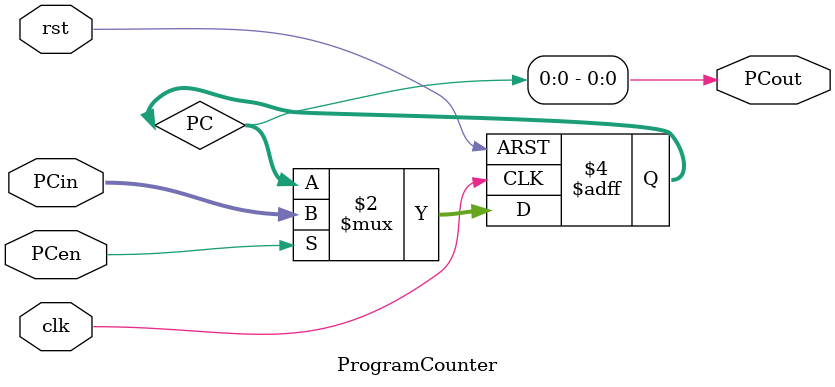
<source format=v>

`timescale 1ns/1ns

module ProgramCounter(clk, rst, PCin, PCen, PCout);
  input PCen, rst, clk;
  input [2:0] PCin;
  output PCout;
  reg [2:0] PC;
  always@(posedge clk, posedge rst) begin
    if(rst) begin
      PC <= 3'b0;
    end
    else begin
      if (PCen) begin
        PC <= PCin;
      end
    end
  end
  assign PCout = PC;
endmodule

</source>
